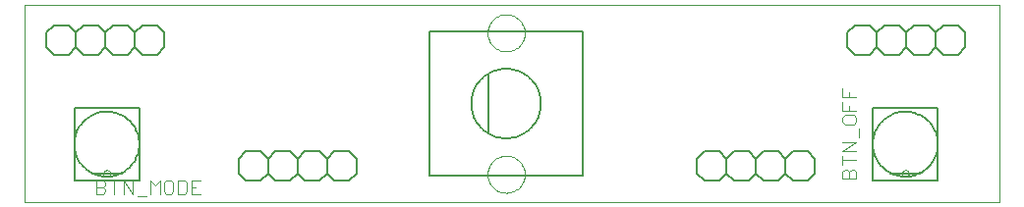
<source format=gto>
G75*
%MOIN*%
%OFA0B0*%
%FSLAX24Y24*%
%IPPOS*%
%LPD*%
%AMOC8*
5,1,8,0,0,1.08239X$1,22.5*
%
%ADD10C,0.0000*%
%ADD11C,0.0050*%
%ADD12C,0.0040*%
%ADD13C,0.0060*%
D10*
X000100Y000100D02*
X000100Y006793D01*
X033171Y006793D01*
X033171Y000100D01*
X000100Y000100D01*
X002777Y001069D02*
X002779Y001090D01*
X002785Y001110D01*
X002794Y001130D01*
X002806Y001147D01*
X002821Y001161D01*
X002839Y001173D01*
X002859Y001181D01*
X002879Y001186D01*
X002900Y001187D01*
X002921Y001184D01*
X002941Y001178D01*
X002960Y001167D01*
X002977Y001154D01*
X002990Y001138D01*
X003001Y001120D01*
X003009Y001100D01*
X003013Y001080D01*
X003013Y001058D01*
X003009Y001038D01*
X003001Y001018D01*
X002990Y001000D01*
X002977Y000984D01*
X002960Y000971D01*
X002941Y000960D01*
X002921Y000954D01*
X002900Y000951D01*
X002879Y000952D01*
X002859Y000957D01*
X002839Y000965D01*
X002821Y000977D01*
X002806Y000991D01*
X002794Y001008D01*
X002785Y001028D01*
X002779Y001048D01*
X002777Y001069D01*
X015809Y001045D02*
X015811Y001095D01*
X015817Y001145D01*
X015827Y001194D01*
X015841Y001242D01*
X015858Y001289D01*
X015879Y001334D01*
X015904Y001378D01*
X015932Y001419D01*
X015964Y001458D01*
X015998Y001495D01*
X016035Y001529D01*
X016075Y001559D01*
X016117Y001586D01*
X016161Y001610D01*
X016207Y001631D01*
X016254Y001647D01*
X016302Y001660D01*
X016352Y001669D01*
X016401Y001674D01*
X016452Y001675D01*
X016502Y001672D01*
X016551Y001665D01*
X016600Y001654D01*
X016648Y001639D01*
X016694Y001621D01*
X016739Y001599D01*
X016782Y001573D01*
X016823Y001544D01*
X016862Y001512D01*
X016898Y001477D01*
X016930Y001439D01*
X016960Y001399D01*
X016987Y001356D01*
X017010Y001312D01*
X017029Y001266D01*
X017045Y001218D01*
X017057Y001169D01*
X017065Y001120D01*
X017069Y001070D01*
X017069Y001020D01*
X017065Y000970D01*
X017057Y000921D01*
X017045Y000872D01*
X017029Y000824D01*
X017010Y000778D01*
X016987Y000734D01*
X016960Y000691D01*
X016930Y000651D01*
X016898Y000613D01*
X016862Y000578D01*
X016823Y000546D01*
X016782Y000517D01*
X016739Y000491D01*
X016694Y000469D01*
X016648Y000451D01*
X016600Y000436D01*
X016551Y000425D01*
X016502Y000418D01*
X016452Y000415D01*
X016401Y000416D01*
X016352Y000421D01*
X016302Y000430D01*
X016254Y000443D01*
X016207Y000459D01*
X016161Y000480D01*
X016117Y000504D01*
X016075Y000531D01*
X016035Y000561D01*
X015998Y000595D01*
X015964Y000632D01*
X015932Y000671D01*
X015904Y000712D01*
X015879Y000756D01*
X015858Y000801D01*
X015841Y000848D01*
X015827Y000896D01*
X015817Y000945D01*
X015811Y000995D01*
X015809Y001045D01*
X029864Y001069D02*
X029866Y001090D01*
X029872Y001110D01*
X029881Y001130D01*
X029893Y001147D01*
X029908Y001161D01*
X029926Y001173D01*
X029946Y001181D01*
X029966Y001186D01*
X029987Y001187D01*
X030008Y001184D01*
X030028Y001178D01*
X030047Y001167D01*
X030064Y001154D01*
X030077Y001138D01*
X030088Y001120D01*
X030096Y001100D01*
X030100Y001080D01*
X030100Y001058D01*
X030096Y001038D01*
X030088Y001018D01*
X030077Y001000D01*
X030064Y000984D01*
X030047Y000971D01*
X030028Y000960D01*
X030008Y000954D01*
X029987Y000951D01*
X029966Y000952D01*
X029946Y000957D01*
X029926Y000965D01*
X029908Y000977D01*
X029893Y000991D01*
X029881Y001008D01*
X029872Y001028D01*
X029866Y001048D01*
X029864Y001069D01*
X015809Y005848D02*
X015811Y005898D01*
X015817Y005948D01*
X015827Y005997D01*
X015841Y006045D01*
X015858Y006092D01*
X015879Y006137D01*
X015904Y006181D01*
X015932Y006222D01*
X015964Y006261D01*
X015998Y006298D01*
X016035Y006332D01*
X016075Y006362D01*
X016117Y006389D01*
X016161Y006413D01*
X016207Y006434D01*
X016254Y006450D01*
X016302Y006463D01*
X016352Y006472D01*
X016401Y006477D01*
X016452Y006478D01*
X016502Y006475D01*
X016551Y006468D01*
X016600Y006457D01*
X016648Y006442D01*
X016694Y006424D01*
X016739Y006402D01*
X016782Y006376D01*
X016823Y006347D01*
X016862Y006315D01*
X016898Y006280D01*
X016930Y006242D01*
X016960Y006202D01*
X016987Y006159D01*
X017010Y006115D01*
X017029Y006069D01*
X017045Y006021D01*
X017057Y005972D01*
X017065Y005923D01*
X017069Y005873D01*
X017069Y005823D01*
X017065Y005773D01*
X017057Y005724D01*
X017045Y005675D01*
X017029Y005627D01*
X017010Y005581D01*
X016987Y005537D01*
X016960Y005494D01*
X016930Y005454D01*
X016898Y005416D01*
X016862Y005381D01*
X016823Y005349D01*
X016782Y005320D01*
X016739Y005294D01*
X016694Y005272D01*
X016648Y005254D01*
X016600Y005239D01*
X016551Y005228D01*
X016502Y005221D01*
X016452Y005218D01*
X016401Y005219D01*
X016352Y005224D01*
X016302Y005233D01*
X016254Y005246D01*
X016207Y005262D01*
X016161Y005283D01*
X016117Y005307D01*
X016075Y005334D01*
X016035Y005364D01*
X015998Y005398D01*
X015964Y005435D01*
X015932Y005474D01*
X015904Y005515D01*
X015879Y005559D01*
X015858Y005604D01*
X015841Y005651D01*
X015827Y005699D01*
X015817Y005748D01*
X015811Y005798D01*
X015809Y005848D01*
D11*
X013840Y005887D02*
X013840Y001006D01*
X019037Y001006D01*
X019037Y005887D01*
X013840Y005887D01*
X015848Y004470D02*
X015848Y002423D01*
X015258Y003446D02*
X015260Y003515D01*
X015266Y003583D01*
X015276Y003651D01*
X015290Y003718D01*
X015308Y003785D01*
X015329Y003850D01*
X015355Y003914D01*
X015384Y003976D01*
X015416Y004036D01*
X015452Y004095D01*
X015492Y004151D01*
X015534Y004205D01*
X015580Y004256D01*
X015629Y004305D01*
X015680Y004351D01*
X015734Y004393D01*
X015790Y004433D01*
X015848Y004469D01*
X015909Y004501D01*
X015971Y004530D01*
X016035Y004556D01*
X016100Y004577D01*
X016167Y004595D01*
X016234Y004609D01*
X016302Y004619D01*
X016370Y004625D01*
X016439Y004627D01*
X016508Y004625D01*
X016576Y004619D01*
X016644Y004609D01*
X016711Y004595D01*
X016778Y004577D01*
X016843Y004556D01*
X016907Y004530D01*
X016969Y004501D01*
X017029Y004469D01*
X017088Y004433D01*
X017144Y004393D01*
X017198Y004351D01*
X017249Y004305D01*
X017298Y004256D01*
X017344Y004205D01*
X017386Y004151D01*
X017426Y004095D01*
X017462Y004036D01*
X017494Y003976D01*
X017523Y003914D01*
X017549Y003850D01*
X017570Y003785D01*
X017588Y003718D01*
X017602Y003651D01*
X017612Y003583D01*
X017618Y003515D01*
X017620Y003446D01*
X017618Y003377D01*
X017612Y003309D01*
X017602Y003241D01*
X017588Y003174D01*
X017570Y003107D01*
X017549Y003042D01*
X017523Y002978D01*
X017494Y002916D01*
X017462Y002855D01*
X017426Y002797D01*
X017386Y002741D01*
X017344Y002687D01*
X017298Y002636D01*
X017249Y002587D01*
X017198Y002541D01*
X017144Y002499D01*
X017088Y002459D01*
X017030Y002423D01*
X016969Y002391D01*
X016907Y002362D01*
X016843Y002336D01*
X016778Y002315D01*
X016711Y002297D01*
X016644Y002283D01*
X016576Y002273D01*
X016508Y002267D01*
X016439Y002265D01*
X016370Y002267D01*
X016302Y002273D01*
X016234Y002283D01*
X016167Y002297D01*
X016100Y002315D01*
X016035Y002336D01*
X015971Y002362D01*
X015909Y002391D01*
X015848Y002423D01*
X015790Y002459D01*
X015734Y002499D01*
X015680Y002541D01*
X015629Y002587D01*
X015580Y002636D01*
X015534Y002687D01*
X015492Y002741D01*
X015452Y002797D01*
X015416Y002855D01*
X015384Y002916D01*
X015355Y002978D01*
X015329Y003042D01*
X015308Y003107D01*
X015290Y003174D01*
X015276Y003241D01*
X015266Y003309D01*
X015260Y003377D01*
X015258Y003446D01*
X003994Y003309D02*
X001797Y003309D01*
X001797Y000828D01*
X003994Y000828D01*
X003994Y003309D01*
X001793Y002069D02*
X001795Y002135D01*
X001801Y002201D01*
X001811Y002266D01*
X001824Y002330D01*
X001842Y002394D01*
X001863Y002456D01*
X001888Y002517D01*
X001917Y002577D01*
X001949Y002634D01*
X001984Y002690D01*
X002023Y002743D01*
X002065Y002794D01*
X002110Y002842D01*
X002158Y002888D01*
X002208Y002931D01*
X002261Y002970D01*
X002316Y003006D01*
X002373Y003039D01*
X002432Y003069D01*
X002492Y003095D01*
X002554Y003117D01*
X002618Y003136D01*
X002682Y003150D01*
X002747Y003161D01*
X002813Y003168D01*
X002879Y003171D01*
X002944Y003170D01*
X003010Y003165D01*
X003076Y003156D01*
X003140Y003143D01*
X003204Y003127D01*
X003267Y003106D01*
X003328Y003082D01*
X003388Y003055D01*
X003446Y003023D01*
X003502Y002989D01*
X003556Y002951D01*
X003608Y002910D01*
X003657Y002866D01*
X003703Y002819D01*
X003746Y002769D01*
X003787Y002717D01*
X003824Y002662D01*
X003857Y002606D01*
X003888Y002547D01*
X003915Y002487D01*
X003938Y002425D01*
X003957Y002362D01*
X003973Y002298D01*
X003985Y002233D01*
X003993Y002168D01*
X003997Y002102D01*
X003997Y002036D01*
X003993Y001970D01*
X003985Y001905D01*
X003973Y001840D01*
X003957Y001776D01*
X003938Y001713D01*
X003915Y001651D01*
X003888Y001591D01*
X003857Y001532D01*
X003824Y001476D01*
X003787Y001421D01*
X003746Y001369D01*
X003703Y001319D01*
X003657Y001272D01*
X003608Y001228D01*
X003556Y001187D01*
X003502Y001149D01*
X003446Y001115D01*
X003388Y001083D01*
X003328Y001056D01*
X003267Y001032D01*
X003204Y001011D01*
X003140Y000995D01*
X003076Y000982D01*
X003010Y000973D01*
X002944Y000968D01*
X002879Y000967D01*
X002813Y000970D01*
X002747Y000977D01*
X002682Y000988D01*
X002618Y001002D01*
X002554Y001021D01*
X002492Y001043D01*
X002432Y001069D01*
X002373Y001099D01*
X002316Y001132D01*
X002261Y001168D01*
X002208Y001207D01*
X002158Y001250D01*
X002110Y001296D01*
X002065Y001344D01*
X002023Y001395D01*
X001984Y001448D01*
X001949Y001504D01*
X001917Y001561D01*
X001888Y001621D01*
X001863Y001682D01*
X001842Y001744D01*
X001824Y001808D01*
X001811Y001872D01*
X001801Y001937D01*
X001795Y002003D01*
X001793Y002069D01*
X002395Y001069D02*
X003395Y001069D01*
X028883Y000828D02*
X031080Y000828D01*
X031080Y003309D01*
X028883Y003309D01*
X028883Y000828D01*
X029482Y001069D02*
X030482Y001069D01*
X028880Y002069D02*
X028882Y002135D01*
X028888Y002201D01*
X028898Y002266D01*
X028911Y002330D01*
X028929Y002394D01*
X028950Y002456D01*
X028975Y002517D01*
X029004Y002577D01*
X029036Y002634D01*
X029071Y002690D01*
X029110Y002743D01*
X029152Y002794D01*
X029197Y002842D01*
X029245Y002888D01*
X029295Y002931D01*
X029348Y002970D01*
X029403Y003006D01*
X029460Y003039D01*
X029519Y003069D01*
X029579Y003095D01*
X029641Y003117D01*
X029705Y003136D01*
X029769Y003150D01*
X029834Y003161D01*
X029900Y003168D01*
X029966Y003171D01*
X030031Y003170D01*
X030097Y003165D01*
X030163Y003156D01*
X030227Y003143D01*
X030291Y003127D01*
X030354Y003106D01*
X030415Y003082D01*
X030475Y003055D01*
X030533Y003023D01*
X030589Y002989D01*
X030643Y002951D01*
X030695Y002910D01*
X030744Y002866D01*
X030790Y002819D01*
X030833Y002769D01*
X030874Y002717D01*
X030911Y002662D01*
X030944Y002606D01*
X030975Y002547D01*
X031002Y002487D01*
X031025Y002425D01*
X031044Y002362D01*
X031060Y002298D01*
X031072Y002233D01*
X031080Y002168D01*
X031084Y002102D01*
X031084Y002036D01*
X031080Y001970D01*
X031072Y001905D01*
X031060Y001840D01*
X031044Y001776D01*
X031025Y001713D01*
X031002Y001651D01*
X030975Y001591D01*
X030944Y001532D01*
X030911Y001476D01*
X030874Y001421D01*
X030833Y001369D01*
X030790Y001319D01*
X030744Y001272D01*
X030695Y001228D01*
X030643Y001187D01*
X030589Y001149D01*
X030533Y001115D01*
X030475Y001083D01*
X030415Y001056D01*
X030354Y001032D01*
X030291Y001011D01*
X030227Y000995D01*
X030163Y000982D01*
X030097Y000973D01*
X030031Y000968D01*
X029966Y000967D01*
X029900Y000970D01*
X029834Y000977D01*
X029769Y000988D01*
X029705Y001002D01*
X029641Y001021D01*
X029579Y001043D01*
X029519Y001069D01*
X029460Y001099D01*
X029403Y001132D01*
X029348Y001168D01*
X029295Y001207D01*
X029245Y001250D01*
X029197Y001296D01*
X029152Y001344D01*
X029110Y001395D01*
X029071Y001448D01*
X029036Y001504D01*
X029004Y001561D01*
X028975Y001621D01*
X028950Y001682D01*
X028929Y001744D01*
X028911Y001808D01*
X028898Y001872D01*
X028888Y001937D01*
X028882Y002003D01*
X028880Y002069D01*
D12*
X028315Y002132D02*
X027855Y002132D01*
X027855Y001825D02*
X028315Y002132D01*
X028392Y002285D02*
X028392Y002592D01*
X028239Y002746D02*
X027932Y002746D01*
X027855Y002823D01*
X027855Y002976D01*
X027932Y003053D01*
X028239Y003053D01*
X028315Y002976D01*
X028315Y002823D01*
X028239Y002746D01*
X028315Y003206D02*
X027855Y003206D01*
X027855Y003513D01*
X028085Y003360D02*
X028085Y003206D01*
X028085Y003667D02*
X028085Y003820D01*
X027855Y003667D02*
X027855Y003974D01*
X027855Y003667D02*
X028315Y003667D01*
X028315Y001825D02*
X027855Y001825D01*
X027855Y001672D02*
X027855Y001365D01*
X027932Y001211D02*
X028009Y001211D01*
X028085Y001134D01*
X028085Y000904D01*
X027855Y000904D02*
X027855Y001134D01*
X027932Y001211D01*
X028085Y001134D02*
X028162Y001211D01*
X028239Y001211D01*
X028315Y001134D01*
X028315Y000904D01*
X027855Y000904D01*
X027855Y001518D02*
X028315Y001518D01*
X006072Y000836D02*
X005765Y000836D01*
X005765Y000375D01*
X006072Y000375D01*
X005612Y000452D02*
X005535Y000375D01*
X005305Y000375D01*
X005305Y000836D01*
X005535Y000836D01*
X005612Y000759D01*
X005612Y000452D01*
X005151Y000452D02*
X005075Y000375D01*
X004921Y000375D01*
X004844Y000452D01*
X004844Y000759D01*
X004921Y000836D01*
X005075Y000836D01*
X005151Y000759D01*
X005151Y000452D01*
X004691Y000375D02*
X004691Y000836D01*
X004537Y000682D01*
X004384Y000836D01*
X004384Y000375D01*
X004230Y000298D02*
X003924Y000298D01*
X003770Y000375D02*
X003770Y000836D01*
X003463Y000836D02*
X003770Y000375D01*
X003463Y000375D02*
X003463Y000836D01*
X003310Y000836D02*
X003003Y000836D01*
X003156Y000836D02*
X003156Y000375D01*
X002849Y000452D02*
X002773Y000375D01*
X002542Y000375D01*
X002542Y000836D01*
X002773Y000836D01*
X002849Y000759D01*
X002849Y000682D01*
X002773Y000605D01*
X002542Y000605D01*
X002773Y000605D02*
X002849Y000529D01*
X002849Y000452D01*
X005765Y000605D02*
X005919Y000605D01*
D13*
X007368Y001070D02*
X007618Y000820D01*
X008118Y000820D01*
X008368Y001070D01*
X008368Y001570D01*
X008118Y001820D01*
X007618Y001820D01*
X007368Y001570D01*
X007368Y001070D01*
X008368Y001070D02*
X008618Y000820D01*
X009118Y000820D01*
X009368Y001070D01*
X009368Y001570D01*
X009618Y001820D01*
X010118Y001820D01*
X010368Y001570D01*
X010618Y001820D01*
X011118Y001820D01*
X011368Y001570D01*
X011368Y001070D01*
X011118Y000820D01*
X010618Y000820D01*
X010368Y001070D01*
X010118Y000820D01*
X009618Y000820D01*
X009368Y001070D01*
X009368Y001570D01*
X009118Y001820D01*
X008618Y001820D01*
X008368Y001570D01*
X010368Y001570D02*
X010368Y001070D01*
X022919Y001070D02*
X023169Y000820D01*
X023669Y000820D01*
X023919Y001070D01*
X024169Y000820D01*
X024669Y000820D01*
X024919Y001070D01*
X025169Y000820D01*
X025669Y000820D01*
X025919Y001070D01*
X026169Y000820D01*
X026669Y000820D01*
X026919Y001070D01*
X026919Y001570D01*
X026669Y001820D01*
X026169Y001820D01*
X025919Y001570D01*
X025919Y001070D01*
X024919Y001070D02*
X024919Y001570D01*
X025169Y001820D01*
X025669Y001820D01*
X025919Y001570D01*
X024919Y001570D02*
X024919Y001070D01*
X023919Y001070D02*
X023919Y001570D01*
X024169Y001820D01*
X024669Y001820D01*
X024919Y001570D01*
X023919Y001570D02*
X023669Y001820D01*
X023169Y001820D01*
X022919Y001570D01*
X022919Y001070D01*
X028021Y005362D02*
X028271Y005112D01*
X028771Y005112D01*
X029021Y005362D01*
X029271Y005112D01*
X029771Y005112D01*
X030021Y005362D01*
X030021Y005862D01*
X029771Y006112D01*
X029271Y006112D01*
X029021Y005862D01*
X029021Y005362D01*
X028021Y005362D02*
X028021Y005862D01*
X028271Y006112D01*
X028771Y006112D01*
X029021Y005862D01*
X030021Y005862D02*
X030271Y006112D01*
X030771Y006112D01*
X031021Y005862D01*
X031271Y006112D01*
X031771Y006112D01*
X032021Y005862D01*
X032021Y005362D01*
X031771Y005112D01*
X031271Y005112D01*
X031021Y005362D01*
X030771Y005112D01*
X030271Y005112D01*
X030021Y005362D01*
X031021Y005362D02*
X031021Y005862D01*
X004856Y005862D02*
X004856Y005362D01*
X004606Y005112D01*
X004106Y005112D01*
X003856Y005362D01*
X003606Y005112D01*
X003106Y005112D01*
X002856Y005362D01*
X002606Y005112D01*
X002106Y005112D01*
X001856Y005362D01*
X001606Y005112D01*
X001106Y005112D01*
X000856Y005362D01*
X000856Y005862D01*
X001106Y006112D01*
X001606Y006112D01*
X001856Y005862D01*
X002106Y006112D01*
X002606Y006112D01*
X002856Y005862D01*
X002856Y005362D01*
X003856Y005362D02*
X003856Y005862D01*
X004106Y006112D01*
X004606Y006112D01*
X004856Y005862D01*
X003856Y005862D02*
X003606Y006112D01*
X003106Y006112D01*
X002856Y005862D01*
X001856Y005862D02*
X001856Y005362D01*
M02*

</source>
